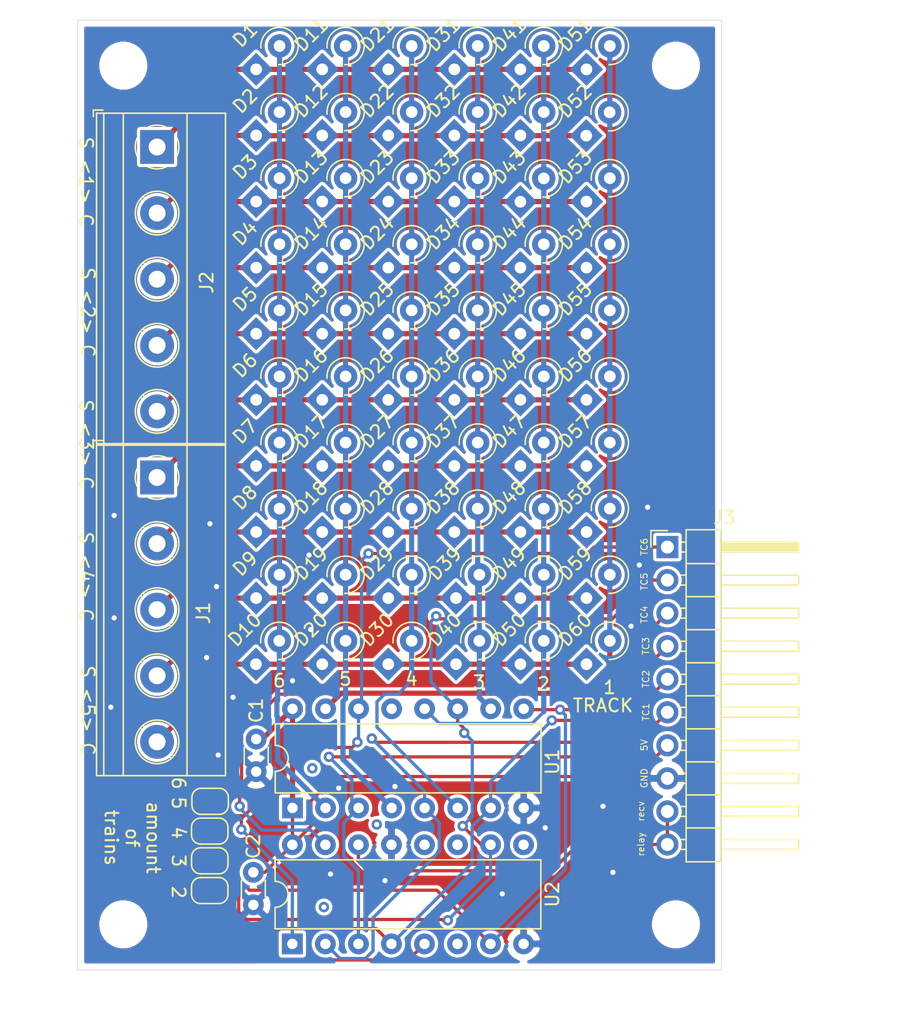
<source format=kicad_pcb>
(kicad_pcb (version 20211014) (generator pcbnew)
  (layers (0 "F.Cu" signal) (31 "B.Cu" signal) (34 "B.Paste" user) (35 "F.Paste" user) (36 "B.SilkS" user "B.Silkscreen") (37 "F.SilkS" user "F.Silkscreen") (38 "B.Mask" user) (39 "F.Mask" user) (44 "Edge.Cuts" user))
  (net 0 "")
  (net 1 "GND")
  (net 2 "+5V")
  (net 3 "/TC6")
  (net 4 "Net-(D1-Pad1)")
  (net 5 "Net-(D12-Pad1)")
  (net 6 "Net-(D13-Pad1)")
  (net 7 "Net-(D14-Pad1)")
  (net 8 "Net-(D15-Pad1)")
  (net 9 "Net-(D16-Pad1)")
  (net 10 "Net-(D17-Pad1)")
  (net 11 "Net-(D18-Pad1)")
  (net 12 "Net-(D19-Pad1)")
  (net 13 "Net-(D10-Pad1)")
  (net 14 "/TC5")
  (net 15 "/TC4")
  (net 16 "/TC2")
  (net 17 "/TC1")
  (net 18 "/TC3")
  (net 19 "/TC_out6")
  (net 20 "/TC_out5")
  (net 21 "/TC_out4")
  (net 22 "/TC_out3")
  (net 23 "/TC_out2")
  (net 24 "/TC_out1")
  (net 25 "/reset")
  (net 26 "Net-(U2-Pad6)")
  (net 27 "Net-(U2-Pad12)")
  (net 28 "Net-(U2-Pad11)")
  (net 29 "Net-(U2-Pad9)")
  (net 30 "/recv")
  (footprint "Capacitor_THT:C_Disc_D3.0mm_W1.6mm_P2.50mm" (layer "F.Cu") (at 29.718 85.257 -90)
    (fp_text reference "C1")
    (fp_text value "C")
  )
  (footprint "Diode_THT:D_A-405_P2.54mm_Vertical_KathodeUp" (layer "F.Cu") (at 29.718 33.782 45)
    (fp_text reference "D1")
    (fp_text value "D")
  )
  (footprint "Diode_THT:D_A-405_P2.54mm_Vertical_KathodeUp" (layer "F.Cu") (at 29.718 38.862 45)
    (fp_text reference "D2")
    (fp_text value "D")
  )
  (footprint "Diode_THT:D_A-405_P2.54mm_Vertical_KathodeUp" (layer "F.Cu") (at 29.718 43.942 45)
    (fp_text reference "D3")
    (fp_text value "D")
  )
  (footprint "Diode_THT:D_A-405_P2.54mm_Vertical_KathodeUp" (layer "F.Cu") (at 29.718 49.022 45)
    (fp_text reference "D4")
    (fp_text value "D")
  )
  (footprint "Diode_THT:D_A-405_P2.54mm_Vertical_KathodeUp" (layer "F.Cu") (at 29.718 54.102 45)
    (fp_text reference "D5")
    (fp_text value "D")
  )
  (footprint "Diode_THT:D_A-405_P2.54mm_Vertical_KathodeUp" (layer "F.Cu") (at 29.718 59.182 45)
    (fp_text reference "D6")
    (fp_text value "D")
  )
  (footprint "Diode_THT:D_A-405_P2.54mm_Vertical_KathodeUp" (layer "F.Cu") (at 29.718 64.262 45)
    (fp_text reference "D7")
    (fp_text value "D")
  )
  (footprint "Diode_THT:D_A-405_P2.54mm_Vertical_KathodeUp" (layer "F.Cu") (at 29.718 69.342 45)
    (fp_text reference "D8")
    (fp_text value "D")
  )
  (footprint "Diode_THT:D_A-405_P2.54mm_Vertical_KathodeUp" (layer "F.Cu") (at 29.718 74.422 45)
    (fp_text reference "D9")
    (fp_text value "D")
  )
  (footprint "Diode_THT:D_A-405_P2.54mm_Vertical_KathodeUp" (layer "F.Cu") (at 29.699949 79.502 45)
    (fp_text reference "D10")
    (fp_text value "D")
  )
  (footprint "Diode_THT:D_A-405_P2.54mm_Vertical_KathodeUp" (layer "F.Cu") (at 34.798 33.782 45)
    (fp_text reference "D11")
    (fp_text value "D")
  )
  (footprint "Diode_THT:D_A-405_P2.54mm_Vertical_KathodeUp" (layer "F.Cu") (at 34.798 38.862 45)
    (fp_text reference "D12")
    (fp_text value "D")
  )
  (footprint "Diode_THT:D_A-405_P2.54mm_Vertical_KathodeUp" (layer "F.Cu") (at 34.798 43.942 45)
    (fp_text reference "D13")
    (fp_text value "D")
  )
  (footprint "Diode_THT:D_A-405_P2.54mm_Vertical_KathodeUp" (layer "F.Cu") (at 34.798 49.022 45)
    (fp_text reference "D14")
    (fp_text value "D")
  )
  (footprint "Diode_THT:D_A-405_P2.54mm_Vertical_KathodeUp" (layer "F.Cu") (at 34.798 54.102 45)
    (fp_text reference "D15")
    (fp_text value "D")
  )
  (footprint "Diode_THT:D_A-405_P2.54mm_Vertical_KathodeUp" (layer "F.Cu") (at 34.798 59.182 45)
    (fp_text reference "D16")
    (fp_text value "D")
  )
  (footprint "Diode_THT:D_A-405_P2.54mm_Vertical_KathodeUp" (layer "F.Cu") (at 34.798 64.262 45)
    (fp_text reference "D17")
    (fp_text value "D")
  )
  (footprint "Diode_THT:D_A-405_P2.54mm_Vertical_KathodeUp" (layer "F.Cu") (at 34.798 69.342 45)
    (fp_text reference "D18")
    (fp_text value "D")
  )
  (footprint "Diode_THT:D_A-405_P2.54mm_Vertical_KathodeUp" (layer "F.Cu") (at 34.798 74.422 45)
    (fp_text reference "D19")
    (fp_text value "D")
  )
  (footprint "Diode_THT:D_A-405_P2.54mm_Vertical_KathodeUp" (layer "F.Cu") (at 34.798 79.502 45)
    (fp_text reference "D20")
    (fp_text value "D")
  )
  (footprint "Diode_THT:D_A-405_P2.54mm_Vertical_KathodeUp" (layer "F.Cu") (at 39.878 33.782 45)
    (fp_text reference "D21")
    (fp_text value "D")
  )
  (footprint "Diode_THT:D_A-405_P2.54mm_Vertical_KathodeUp" (layer "F.Cu") (at 39.878 38.862 45)
    (fp_text reference "D22")
    (fp_text value "D")
  )
  (footprint "Diode_THT:D_A-405_P2.54mm_Vertical_KathodeUp" (layer "F.Cu") (at 39.878 43.942 45)
    (fp_text reference "D23")
    (fp_text value "D")
  )
  (footprint "Diode_THT:D_A-405_P2.54mm_Vertical_KathodeUp" (layer "F.Cu") (at 39.878 49.022 45)
    (fp_text reference "D24")
    (fp_text value "D")
  )
  (footprint "Diode_THT:D_A-405_P2.54mm_Vertical_KathodeUp" (layer "F.Cu") (at 39.878 54.102 45)
    (fp_text reference "D25")
    (fp_text value "D")
  )
  (footprint "Diode_THT:D_A-405_P2.54mm_Vertical_KathodeUp" (layer "F.Cu") (at 39.878 59.182 45)
    (fp_text reference "D26")
    (fp_text value "D")
  )
  (footprint "Diode_THT:D_A-405_P2.54mm_Vertical_KathodeUp" (layer "F.Cu") (at 39.878 64.262 45)
    (fp_text reference "D27")
    (fp_text value "D")
  )
  (footprint "Diode_THT:D_A-405_P2.54mm_Vertical_KathodeUp" (layer "F.Cu") (at 39.878 69.342 45)
    (fp_text reference "D28")
    (fp_text value "D")
  )
  (footprint "Diode_THT:D_A-405_P2.54mm_Vertical_KathodeUp" (layer "F.Cu") (at 39.878 74.422 45)
    (fp_text reference "D29")
    (fp_text value "D")
  )
  (footprint "Diode_THT:D_A-405_P2.54mm_Vertical_KathodeUp" (layer "F.Cu") (at 39.878 79.502 45)
    (fp_text reference "D30")
    (fp_text value "D")
  )
  (footprint "Diode_THT:D_A-405_P2.54mm_Vertical_KathodeUp" (layer "F.Cu") (at 44.958 33.782 45)
    (fp_text reference "D31")
    (fp_text value "D")
  )
  (footprint "Diode_THT:D_A-405_P2.54mm_Vertical_KathodeUp" (layer "F.Cu") (at 44.958 38.862 45)
    (fp_text reference "D32")
    (fp_text value "D")
  )
  (footprint "Diode_THT:D_A-405_P2.54mm_Vertical_KathodeUp" (layer "F.Cu") (at 44.958 43.942 45)
    (fp_text reference "D33")
    (fp_text value "D")
  )
  (footprint "Diode_THT:D_A-405_P2.54mm_Vertical_KathodeUp" (layer "F.Cu") (at 44.958 49.022 45)
    (fp_text reference "D34")
    (fp_text value "D")
  )
  (footprint "Diode_THT:D_A-405_P2.54mm_Vertical_KathodeUp" (layer "F.Cu") (at 44.958 54.102 45)
    (fp_text reference "D35")
    (fp_text value "D")
  )
  (footprint "Diode_THT:D_A-405_P2.54mm_Vertical_KathodeUp" (layer "F.Cu") (at 44.958 59.182 45)
    (fp_text reference "D36")
    (fp_text value "D")
  )
  (footprint "Diode_THT:D_A-405_P2.54mm_Vertical_KathodeUp" (layer "F.Cu") (at 44.958 64.262 45)
    (fp_text reference "D37")
    (fp_text value "D")
  )
  (footprint "Diode_THT:D_A-405_P2.54mm_Vertical_KathodeUp" (layer "F.Cu") (at 44.958 69.342 45)
    (fp_text reference "D38")
    (fp_text value "D")
  )
  (footprint "Diode_THT:D_A-405_P2.54mm_Vertical_KathodeUp" (layer "F.Cu") (at 45.085 74.422 45)
    (fp_text reference "D39")
    (fp_text value "D")
  )
  (footprint "Diode_THT:D_A-405_P2.54mm_Vertical_KathodeUp" (layer "F.Cu") (at 45.085 79.502 45)
    (fp_text reference "D40")
    (fp_text value "D")
  )
  (footprint "Diode_THT:D_A-405_P2.54mm_Vertical_KathodeUp" (layer "F.Cu") (at 50.038 33.782 45)
    (fp_text reference "D41")
    (fp_text value "D")
  )
  (footprint "Diode_THT:D_A-405_P2.54mm_Vertical_KathodeUp" (layer "F.Cu") (at 50.038 38.862 45)
    (fp_text reference "D42")
    (fp_text value "D")
  )
  (footprint "Diode_THT:D_A-405_P2.54mm_Vertical_KathodeUp" (layer "F.Cu") (at 50.038 43.960051 45)
    (fp_text reference "D43")
    (fp_text value "D")
  )
  (footprint "Diode_THT:D_A-405_P2.54mm_Vertical_KathodeUp" (layer "F.Cu") (at 50.038 49.022 45)
    (fp_text reference "D44")
    (fp_text value "D")
  )
  (footprint "Diode_THT:D_A-405_P2.54mm_Vertical_KathodeUp" (layer "F.Cu") (at 50.038 54.102 45)
    (fp_text reference "D45")
    (fp_text value "D")
  )
  (footprint "Diode_THT:D_A-405_P2.54mm_Vertical_KathodeUp" (layer "F.Cu") (at 50.038 59.182 45)
    (fp_text reference "D46")
    (fp_text value "D")
  )
  (footprint "Diode_THT:D_A-405_P2.54mm_Vertical_KathodeUp" (layer "F.Cu") (at 50.038 64.262 45)
    (fp_text reference "D47")
    (fp_text value "D")
  )
  (footprint "Diode_THT:D_A-405_P2.54mm_Vertical_KathodeUp" (layer "F.Cu") (at 50.038 69.342 45)
    (fp_text reference "D48")
    (fp_text value "D")
  )
  (footprint "Diode_THT:D_A-405_P2.54mm_Vertical_KathodeUp" (layer "F.Cu") (at 50.038 74.422 45)
    (fp_text reference "D49")
    (fp_text value "D")
  )
  (footprint "Diode_THT:D_A-405_P2.54mm_Vertical_KathodeUp" (layer "F.Cu") (at 50.038 79.502 45)
    (fp_text reference "D50")
    (fp_text value "D")
  )
  (footprint "Diode_THT:D_A-405_P2.54mm_Vertical_KathodeUp" (layer "F.Cu") (at 55.118 33.782 45)
    (fp_text reference "D51")
    (fp_text value "D")
  )
  (footprint "Diode_THT:D_A-405_P2.54mm_Vertical_KathodeUp" (layer "F.Cu") (at 55.099949 38.880051 45)
    (fp_text reference "D52")
    (fp_text value "D")
  )
  (footprint "Diode_THT:D_A-405_P2.54mm_Vertical_KathodeUp" (layer "F.Cu") (at 55.118 43.942 45)
    (fp_text reference "D53")
    (fp_text value "D")
  )
  (footprint "Diode_THT:D_A-405_P2.54mm_Vertical_KathodeUp" (layer "F.Cu") (at 55.118 49.022 45)
    (fp_text reference "D54")
    (fp_text value "D")
  )
  (footprint "Diode_THT:D_A-405_P2.54mm_Vertical_KathodeUp" (layer "F.Cu") (at 55.118 54.102 45)
    (fp_text reference "D55")
    (fp_text value "D")
  )
  (footprint "Diode_THT:D_A-405_P2.54mm_Vertical_KathodeUp" (layer "F.Cu") (at 55.118 59.182 45)
    (fp_text reference "D56")
    (fp_text value "D")
  )
  (footprint "Diode_THT:D_A-405_P2.54mm_Vertical_KathodeUp" (layer "F.Cu") (at 55.118 64.262 45)
    (fp_text reference "D57")
    (fp_text value "D")
  )
  (footprint "Diode_THT:D_A-405_P2.54mm_Vertical_KathodeUp" (layer "F.Cu") (at 55.118 69.342 45)
    (fp_text reference "D58")
    (fp_text value "D")
  )
  (footprint "Diode_THT:D_A-405_P2.54mm_Vertical_KathodeUp" (layer "F.Cu") (at 55.118 74.422 45)
    (fp_text reference "D59")
    (fp_text value "D")
  )
  (footprint "Diode_THT:D_A-405_P2.54mm_Vertical_KathodeUp" (layer "F.Cu") (at 55.118 79.502 45)
    (fp_text reference "D60")
    (fp_text value "D")
  )
  (footprint "TerminalBlock_Phoenix:TerminalBlock_Phoenix_MKDS-1,5-5-5.08_1x05_P5.08mm_Horizontal" (layer "F.Cu") (at 22.098 65.151 -90)
    (fp_text reference "J1")
    (fp_text value "points")
  )
  (footprint "TerminalBlock_Phoenix:TerminalBlock_Phoenix_MKDS-1,5-5-5.08_1x05_P5.08mm_Horizontal" (layer "F.Cu") (at 22.098 39.751 -90)
    (fp_text reference "J2")
    (fp_text value "points")
  )
  (footprint "Package_DIP:DIP-16_W7.62mm" (layer "F.Cu") (at 32.512 90.551 90)
    (fp_text reference "U1")
    (fp_text value "4009")
  )
  (footprint "MountingHole:MountingHole_3.2mm_M3" (layer "F.Cu") (at 19.5 33.5)
    (fp_text reference "REF**")
    (fp_text value "MountingHole_3.2mm_M3")
  )
  (footprint "MountingHole:MountingHole_3.2mm_M3" (layer "F.Cu") (at 19.5 99.5)
    (fp_text reference "REF**")
    (fp_text value "MountingHole_3.2mm_M3")
  )
  (footprint "Capacitor_THT:C_Disc_D3.0mm_W1.6mm_P2.50mm" (layer "F.Cu") (at 29.5 95.5 -90)
    (fp_text reference "C2")
    (fp_text value "C")
  )
  (footprint "Connector_PinHeader_2.54mm:PinHeader_1x10_P2.54mm_Horizontal" (layer "F.Cu") (at 61.341 70.5)
    (fp_text reference "J3")
    (fp_text value "train catchers")
  )
  (footprint "Jumper:SolderJumper-2_P1.3mm_Open_RoundedPad1.0x1.5mm" (layer "F.Cu") (at 26.147 96.901 180)
    (fp_text reference "JP1")
    (fp_text value "ju")
  )
  (footprint "Jumper:SolderJumper-2_P1.3mm_Open_RoundedPad1.0x1.5mm" (layer "F.Cu") (at 26.147 92.329 180)
    (fp_text reference "JP2")
    (fp_text value "ju")
  )
  (footprint "Jumper:SolderJumper-2_P1.3mm_Open_RoundedPad1.0x1.5mm" (layer "F.Cu") (at 26.15 94.615 180)
    (fp_text reference "JP3")
    (fp_text value "ju")
  )
  (footprint "Jumper:SolderJumper-2_P1.3mm_Open_RoundedPad1.0x1.5mm" (layer "F.Cu") (at 26.177 90.043 180)
    (fp_text reference "JP4")
    (fp_text value "ju")
  )
  (footprint "Package_DIP:DIP-16_W7.62mm" (layer "F.Cu") (at 32.5 101 90)
    (fp_text reference "U2")
    (fp_text value "4017")
  )
  (footprint "MountingHole:MountingHole_3.2mm_M3" (layer "F.Cu") (at 62 33.5)
    (fp_text reference "REF**")
    (fp_text value "MountingHole_3.2mm_M3")
  )
  (footprint "MountingHole:MountingHole_3.2mm_M3" (layer "F.Cu") (at 62 99.5)
    (fp_text reference "REF**")
    (fp_text value "MountingHole_3.2mm_M3")
  )
  (gr_line (start 65.5 30) (end 16 30) (layer "Edge.Cuts") (width 0.05))
  (gr_line (start 65.5 103) (end 65.5 30) (layer "Edge.Cuts") (width 0.05))
  (gr_line (start 16 103) (end 65.5 103) (layer "Edge.Cuts") (width 0.05))
  (gr_line (start 16 30) (end 16 103) (layer "Edge.Cuts") (width 0.05))
  (gr_text "S <2> C" (at 16.764 52.451 -90) (layer "F.SilkS") (effects (font (size 1 1))))
  (gr_text "S <5> C" (at 16.764 83.058 -90) (layer "F.SilkS") (effects (font (size 1 1))))
  (gr_text "relay" (at 59.309 93.345 90) (layer "F.SilkS") (effects (font (size 0.5 0.5) (thickness 0.075))))
  (gr_text "6" (at 31.496 80.772) (layer "F.SilkS") (effects (font (size 1 1))))
  (gr_text "3" (at 46.863 80.899) (layer "F.SilkS") (effects (font (size 1 1))))
  (gr_text "TC6" (at 59.563 70.485 90) (layer "F.SilkS") (effects (font (size 0.5 0.5) (thickness 0.075))))
  (gr_text "S <4> C" (at 16.637 72.771 -90) (layer "F.SilkS") (effects (font (size 1 1))))
  (gr_text "TRACK" (at 56.388 82.677) (layer "F.SilkS") (effects (font (size 1 1))))
  (gr_text "TC3" (at 59.69 78.105 90) (layer "F.SilkS") (effects (font (size 0.5 0.5) (thickness 0.075))))
  (gr_text "TC5" (at 59.563 73.152 90) (layer "F.SilkS") (effects (font (size 0.5 0.5) (thickness 0.075))))
  (gr_text "3" (at 23.749 94.615 270) (layer "F.SilkS") (effects (font (size 1 1))))
  (gr_text "TC4" (at 59.563 75.692 90) (layer "F.SilkS") (effects (font (size 0.5 0.5) (thickness 0.075))))
  (gr_text "TC1" (at 59.69 83.185 90) (layer "F.SilkS") (effects (font (size 0.5 0.5) (thickness 0.075))))
  (gr_text "5" (at 36.576 80.645) (layer "F.SilkS") (effects (font (size 1 1))))
  (gr_text "TC2" (at 59.69 80.645 90) (layer "F.SilkS") (effects (font (size 0.5 0.5) (thickness 0.075))))
  (gr_text "S <3> C" (at 16.637 62.611 -90) (layer "F.SilkS") (effects (font (size 1 1))))
  (gr_text "2" (at 51.816 81.026) (layer "F.SilkS") (effects (font (size 1 1))))
  (gr_text "5" (at 23.749 90.17 270) (layer "F.SilkS") (effects (font (size 1 1))))
  (gr_text "2" (at 23.749 97.028 270) (layer "F.SilkS") (effects (font (size 1 1))))
  (gr_text "amount\nof\ntrains" (at 20.193 92.837 270) (layer "F.SilkS") (effects (font (size 1 1))))
  (gr_text "6" (at 23.749 88.646 270) (layer "F.SilkS") (effects (font (size 1 1))))
  (gr_text "1" (at 56.896 81.28) (layer "F.SilkS") (effects (font (size 1 1))))
  (gr_text "5V" (at 59.563 85.725 90) (layer "F.SilkS") (effects (font (size 0.5 0.5) (thickness 0.075))))
  (gr_text "GND" (at 59.563 88.265 90) (layer "F.SilkS") (effects (font (size 0.5 0.5) (thickness 0.075))))
  (gr_text "recv" (at 59.309 90.805 90) (layer "F.SilkS") (effects (font (size 0.5 0.5) (thickness 0.075))))
  (gr_text "S <1> C" (at 16.637 42.418 -90) (layer "F.SilkS") (effects (font (size 1 1))))
  (gr_text "4" (at 23.749 92.456 270) (layer "F.SilkS") (effects (font (size 1 1))))
  (gr_text "4" (at 41.656 80.645) (layer "F.SilkS") (effects (font (size 1 1))))
  (via (at 34.925 98.171) (size 0.8) (drill 0.4) (layers "F.Cu" "B.Cu") (net 0))
  (via (at 38.989 91.821) (size 0.8) (drill 0.4) (layers "F.Cu" "B.Cu") (net 0))
  (via (at 18.796 68.072) (size 0.8) (drill 0.4) (layers "F.Cu" "B.Cu") (net 1))
  (via (at 36.068 89.027) (size 0.8) (drill 0.4) (layers "F.Cu" "B.Cu") (net 1))
  (via (at 59.182 71.882) (size 0.8) (drill 0.4) (layers "F.Cu" "B.Cu") (net 1))
  (via (at 48.641 97.155) (size 0.8) (drill 0.4) (layers "F.Cu" "B.Cu") (net 1))
  (via (at 33.782 71.12) (size 0.8) (drill 0.4) (layers "F.Cu" "B.Cu") (net 1))
  (via (at 27.94 82.042) (size 0.8) (drill 0.4) (layers "F.Cu" "B.Cu") (net 1))
  (via (at 39.624 96.139) (size 0.8) (drill 0.4) (layers "F.Cu" "B.Cu") (net 1))
  (via (at 59.817 67.437) (size 0.8) (drill 0.4) (layers "F.Cu" "B.Cu") (net 1))
  (via (at 26.797 86.487) (size 0.8) (drill 0.4) (layers "F.Cu" "B.Cu") (net 1))
  (via (at 51.943 92.075) (size 0.8) (drill 0.4) (layers "F.Cu" "B.Cu") (net 1))
  (via (at 33.909 76.835) (size 0.8) (drill 0.4) (layers "F.Cu" "B.Cu") (net 1))
  (via (at 26.162 68.707) (size 0.8) (drill 0.4) (layers "F.Cu" "B.Cu") (net 1))
  (via (at 40.386 88.9) (size 0.8) (drill 0.4) (layers "F.Cu" "B.Cu") (net 1))
  (via (at 34.036 87.503) (size 0.8) (drill 0.4) (layers "F.Cu" "B.Cu") (net 1))
  (via (at 35.433 95.631) (size 0.8) (drill 0.4) (layers "F.Cu" "B.Cu") (net 1))
  (via (at 58.547 76.581) (size 0.8) (drill 0.4) (layers "F.Cu" "B.Cu") (net 1))
  (via (at 18.542 82.804) (size 0.8) (drill 0.4) (layers "F.Cu" "B.Cu") (net 1))
  (via (at 56.388 90.424) (size 0.8) (drill 0.4) (layers "F.Cu" "B.Cu") (net 1))
  (via (at 32.512 80.772) (size 0.8) (drill 0.4) (layers "F.Cu" "B.Cu") (net 1))
  (via (at 25.908 78.994) (size 0.8) (drill 0.4) (layers "F.Cu" "B.Cu") (net 1))
  (via (at 26.67 73.533) (size 0.8) (drill 0.4) (layers "F.Cu" "B.Cu") (net 1))
  (via (at 57.15 95.504) (size 0.8) (drill 0.4) (layers "F.Cu" "B.Cu") (net 1))
  (via (at 18.796 75.946) (size 0.8) (drill 0.4) (layers "F.Cu" "B.Cu") (net 1))
  (segment (start 58.943 88.138) (end 57.531 88.138) (width 0.25) (layer "F.Cu") (net 2))
  (segment (start 35.799998 88.138) (end 57.531 88.138) (width 0.25) (layer "F.Cu") (net 2))
  (segment (start 29.718 85.257) (end 30.186 85.257) (width 0.4) (layer "F.Cu") (net 2))
  (segment (start 30.186 85.257) (end 32.512 82.931) (width 0.4) (layer "F.Cu") (net 2))
  (segment (start 32.512 93.368) (end 32.5 93.38) (width 0.25) (layer "F.Cu") (net 2))
  (segment (start 32.512 90.551) (end 32.512 82.931) (width 0.4) (layer "F.Cu") (net 2))
  (segment (start 61.341 85.74) (end 58.943 88.138) (width 0.25) (layer "F.Cu") (net 2))
  (segment (start 34.036 91.844) (end 34.036 91.200002) (width 0.25) (layer "F.Cu") (net 2))
  (segment (start 30.38 95.5) (end 29.5 95.5) (width 0.25) (layer "F.Cu") (net 2))
  (segment (start 32.512 90.551) (end 32.512 93.368) (width 0.25) (layer "F.Cu") (net 2))
  (segment (start 33.926999 90.010999) (end 35.799998 88.138) (width 0.25) (layer "F.Cu") (net 2))
  (segment (start 32.5 93.38) (end 34.036 91.844) (width 0.25) (layer "F.Cu") (net 2))
  (segment (start 33.926999 91.091001) (end 33.926999 90.010999) (width 0.25) (layer "F.Cu") (net 2))
  (segment (start 34.036 91.200002) (end 33.926999 91.091001) (width 0.25) (layer "F.Cu") (net 2))
  (segment (start 32.5 93.38) (end 30.38 95.5) (width 0.25) (layer "F.Cu") (net 2))
  (segment (start 31.514051 77.687898) (end 31.496 77.705949) (width 0.4) (layer "B.Cu") (net 3))
  (segment (start 31.496 77.705949) (end 31.496 80.138998) (width 0.4) (layer "B.Cu") (net 3))
  (segment (start 31.369 80.265998) (end 31.369 82.297998) (width 0.4) (layer "B.Cu") (net 3))
  (segment (start 31.311999 82.354999) (end 31.311999 83.507001) (width 0.4) (layer "B.Cu") (net 3))
  (segment (start 31.311999 83.507001) (end 31.369 83.564002) (width 0.4) (layer "B.Cu") (net 3))
  (segment (start 31.514051 31.985949) (end 31.514051 77.687898) (width 0.4) (layer "B.Cu") (net 3))
  (segment (start 31.369 82.297998) (end 31.311999 82.354999) (width 0.4) (layer "B.Cu") (net 3))
  (segment (start 31.369 83.564002) (end 31.369 86.868) (width 0.4) (layer "B.Cu") (net 3))
  (segment (start 31.496 80.138998) (end 31.369 80.265998) (width 0.4) (layer "B.Cu") (net 3))
  (segment (start 31.369 86.868) (end 35.052 90.551) (width 0.4) (layer "B.Cu") (net 3))
  (segment (start 29.718 33.782) (end 28.067 33.782) (width 0.4) (layer "F.Cu") (net 4))
  (segment (start 28.067 33.782) (end 22.098 39.751) (width 0.4) (layer "F.Cu") (net 4))
  (segment (start 29.718 33.782) (end 55.118 33.782) (width 0.4) (layer "F.Cu") (net 4))
  (segment (start 55.099949 38.880051) (end 29.736051 38.880051) (width 0.4) (layer "F.Cu") (net 5))
  (segment (start 28.067 38.862) (end 22.098 44.831) (width 0.4) (layer "F.Cu") (net 5))
  (segment (start 29.736051 38.880051) (end 29.718 38.862) (width 0.4) (layer "F.Cu") (net 5))
  (segment (start 29.718 38.862) (end 28.067 38.862) (width 0.4) (layer "F.Cu") (net 5))
  (segment (start 55.081898 38.862) (end 55.099949 38.880051) (width 0.4) (layer "F.Cu") (net 5))
  (segment (start 55.118 43.942) (end 29.718 43.942) (width 0.4) (layer "F.Cu") (net 6))
  (segment (start 29.718 43.942) (end 28.067 43.942) (width 0.4) (layer "F.Cu") (net 6))
  (segment (start 28.067 43.942) (end 22.098 49.911) (width 0.4) (layer "F.Cu") (net 6))
  (segment (start 28.067 49.022) (end 22.098 54.991) (width 0.4) (layer "F.Cu") (net 7))
  (segment (start 29.718 49.022) (end 55.118 49.022) (width 0.4) (layer "F.Cu") (net 7))
  (segment (start 29.718 49.022) (end 28.067 49.022) (width 0.4) (layer "F.Cu") (net 7))
  (segment (start 55.118 54.102) (end 29.718 54.102) (width 0.4) (layer "F.Cu") (net 8))
  (segment (start 29.718 54.102) (end 28.067 54.102) (width 0.4) (layer "F.Cu") (net 8))
  (segment (start 28.067 54.102) (end 22.098 60.071) (width 0.4) (layer "F.Cu") (net 8))
  (segment (start 29.718 59.182) (end 55.118 59.182) (width 0.4) (layer "F.Cu") (net 9))
  (segment (start 28.067 59.182) (end 22.098 65.151) (width 0.4) (layer "F.Cu") (net 9))
  (segment (start 29.718 59.182) (end 28.067 59.182) (width 0.4) (layer "F.Cu") (net 9))
  (segment (start 31.3861 64.262) (end 29.718 64.262) (width 0.4) (layer "F.Cu") (net 10))
  (segment (start 29.718 64.262) (end 28.067 64.262) (width 0.4) (layer "F.Cu") (net 10))
  (segment (start 28.067 64.262) (end 22.098 70.231) (width 0.4) (layer "F.Cu") (net 10))
  (segment (start 55.118 64.262) (end 31.3861 64.262) (width 0.4) (layer "F.Cu") (net 10))
  (segment (start 29.718 69.342) (end 53.848 69.342) (width 0.4) (layer "F.Cu") (net 11))
  (segment (start 28.067 69.342) (end 22.098 75.311) (width 0.4) (layer "F.Cu") (net 11))
  (segment (start 53.848 69.342) (end 55.118 69.342) (width 0.4) (layer "F.Cu") (net 11))
  (segment (start 29.718 69.342) (end 28.067 69.342) (width 0.4) (layer "F.Cu") (net 11))
  (segment (start 29.718 74.422) (end 28.067 74.422) (width 0.4) (layer "F.Cu") (net 12))
  (segment (start 28.067 74.422) (end 22.098 80.391) (width 0.4) (layer "F.Cu") (net 12))
  (segment (start 55.118 74.422) (end 29.718 74.422) (width 0.4) (layer "F.Cu") (net 12))
  (segment (start 55.118 79.502) (end 29.699949 79.502) (width 0.4) (layer "F.Cu") (net 13))
  (segment (start 28.067 79.502) (end 22.098 85.471) (width 0.4) (layer "F.Cu") (net 13))
  (segment (start 29.699949 79.502) (end 28.067 79.502) (width 0.4) (layer "F.Cu") (net 13))
  (segment (start 36.391999 82.354999) (end 36.391999 86.810999) (width 0.4) (layer "B.Cu") (net 14))
  (segment (start 36.594051 62.465949) (end 36.594051 67.545949) (width 0.4) (layer "B.Cu") (net 14))
  (segment (start 36.594051 62.465949) (end 36.594051 31.985949) (width 0.4) (layer "B.Cu") (net 14))
  (segment (start 36.594051 77.705949) (end 36.594051 82.152947) (width 0.4) (layer "B.Cu") (net 14))
  (segment (start 36.594051 82.152947) (end 36.391999 82.354999) (width 0.4) (layer "B.Cu") (net 14))
  (segment (start 36.594051 77.705949) (end 36.594051 67.545949) (width 0.4) (layer "B.Cu") (net 14))
  (segment (start 36.391999 86.810999) (end 40.132 90.551) (width 0.4) (layer "B.Cu") (net 14))
  (segment (start 41.674051 31.985949) (end 41.674051 77.705949) (width 0.4) (layer "B.Cu") (net 15))
  (segment (start 41.674051 80.155051) (end 41.674051 80.753949) (width 0.25) (layer "B.Cu") (net 15))
  (segment (start 39.591999 81.805999) (end 39.006999 82.390999) (width 0.25) (layer "B.Cu") (net 15))
  (segment (start 40.622001 81.805999) (end 39.591999 81.805999) (width 0.25) (layer "B.Cu") (net 15))
  (segment (start 39.006999 84.345999) (end 45.212 90.551) (width 0.25) (layer "B.Cu") (net 15))
  (segment (start 39.006999 82.390999) (end 39.006999 84.345999) (width 0.25) (layer "B.Cu") (net 15))
  (segment (start 41.674051 80.753949) (end 40.622001 81.805999) (width 0.25) (layer "B.Cu") (net 15))
  (segment (start 41.674051 77.705949) (end 41.674051 80.155051) (width 0.4) (layer "B.Cu") (net 15))
  (segment (start 51.834051 31.985949) (end 51.834051 77.705949) (width 0.4) (layer "B.Cu") (net 16))
  (segment (start 43.797001 84.056001) (end 50.943001 84.056001) (width 0.25) (layer "B.Cu") (net 16))
  (segment (start 51.834051 83.164951) (end 51.834051 77.705949) (width 0.4) (layer "B.Cu") (net 16))
  (segment (start 50.943001 84.056001) (end 51.834051 83.164951) (width 0.25) (layer "B.Cu") (net 16))
  (segment (start 42.672 82.931) (end 43.797001 84.056001) (width 0.25) (layer "B.Cu") (net 16))
  (segment (start 55.769001 81.730999) (end 56.914051 80.585949) (width 0.4) (layer "F.Cu") (net 17))
  (segment (start 35.052 82.931) (end 36.252001 81.730999) (width 0.4) (layer "F.Cu") (net 17))
  (segment (start 36.252001 81.730999) (end 55.769001 81.730999) (width 0.4) (layer "F.Cu") (net 17))
  (segment (start 56.914051 80.585949) (end 56.914051 77.705949) (width 0.4) (layer "F.Cu") (net 17))
  (segment (start 56.914051 77.705949) (end 56.914051 31.985949) (width 0.4) (layer "B.Cu") (net 17))
  (segment (start 46.881051 77.705949) (end 46.881051 82.060051) (width 0.4) (layer "B.Cu") (net 18))
  (segment (start 46.754051 74.252557) (end 46.757802 74.256308) (width 0.4) (layer "B.Cu") (net 18))
  (segment (start 46.881051 82.060051) (end 47.752 82.931) (width 0.4) (layer "B.Cu") (net 18))
  (segment (start 46.881051 72.625949) (end 46.881051 77.705949) (width 0.4) (layer "B.Cu") (net 18))
  (segment (start 46.754051 31.985949) (end 46.754051 74.252557) (width 0.4) (layer "B.Cu") (net 18))
  (segment (start 62 70.5) (end 55.692428 70.5) (width 0.25) (layer "F.Cu") (net 19))
  (segment (start 62 70.5) (end 61.38 71.12) (width 0.25) (layer "F.Cu") (net 19))
  (segment (start 28.592999 84.716999) (end 28.592999 88.662589) (width 0.25) (layer "F.Cu") (net 19))
  (segment (start 28.575 92.202) (end 28.575 91.366002) (width 0.25) (layer "F.Cu") (net 19))
  (segment (start 28.575 91.366002) (end 28.357999 91.149001) (width 0.25) (layer "F.Cu") (net 19))
  (segment (start 35.296997 85.899999) (end 33.637001 84.240003) (width 0.25) (layer "F.Cu") (net 19))
  (segment (start 33.637001 82.390999) (end 33.052001 81.805999) (width 0.25) (layer "F.Cu") (net 19))
  (segment (start 37.5 85.5) (end 37.100001 85.899999) (width 0.25) (layer "F.Cu") (net 19))
  (segment (start 33.637001 84.240003) (end 33.637001 82.390999) (width 0.25) (layer "F.Cu") (net 19))
  (segment (start 37.100001 85.899999) (end 35.296997 85.899999) (width 0.25) (layer "F.Cu") (net 19))
  (segment (start 31.503999 81.805999) (end 28.592999 84.716999) (width 0.25) (layer "F.Cu") (net 19))
  (segment (start 28.579 91.366002) (end 28.796001 91.149001) (width 0.25) (layer "F.Cu") (net 19))
  (segment (start 29.173001 89.242591) (end 29.173001 90.772001) (width 0.25) (layer "F.Cu") (net 19))
  (segment (start 28.796001 91.149001) (end 28.357999 91.149001) (width 0.25) (layer "F.Cu") (net 19))
  (segment (start 33.052001 81.805999) (end 31.503999 81.805999) (width 0.25) (layer "F.Cu") (net 19))
  (segment (start 28.575 91.366002) (end 28.579 91.366002) (width 0.25) (layer "F.Cu") (net 19))
  (segment (start 27.933001 91.149001) (end 26.827 90.043) (width 0.25) (layer "F.Cu") (net 19))
  (segment (start 28.357999 91.149001) (end 27.933001 91.149001) (width 0.25) (layer "F.Cu") (net 19))
  (segment (start 29.173001 90.772001) (end 28.796001 91.149001) (width 0.25) (layer "F.Cu") (net 19))
  (segment (start 55.199428 70.993) (end 38.354 70.993) (width 0.25) (layer "F.Cu") (net 19))
  (segment (start 28.592999 88.662589) (end 29.173001 89.242591) (width 0.25) (layer "F.Cu") (net 19))
  (segment (start 55.692428 70.5) (end 55.199428 70.993) (width 0.25) (layer "F.Cu") (net 19))
  (via (at 37.5 85.5) (size 0.8) (drill 0.4) (layers "F.Cu" "B.Cu") (net 19))
  (via (at 28.575 92.202) (size 0.8) (drill 0.4) (layers "F.Cu" "B.Cu") (net 19))
  (via (at 38.354 70.993) (size 0.8) (drill 0.4) (layers "F.Cu" "B.Cu") (net 19))
  (segment (start 37.819052 71.527948) (end 37.819052 82.703948) (width 0.25) (layer "B.Cu") (net 19))
  (segment (start 37.592 85.408) (end 37.5 85.5) (width 0.25) (layer "B.Cu") (net 19))
  (segment (start 37.592 82.931) (end 37.592 85.408) (width 0.25) (layer "B.Cu") (net 19))
  (segment (start 38.354 70.993) (end 37.819052 71.527948) (width 0.25) (layer "B.Cu") (net 19))
  (segment (start 37.819052 82.703948) (end 37.592 82.931) (width 0.25) (layer "B.Cu") (net 19))
  (segment (start 32.5 101) (end 32.5 96.127) (width 0.25) (layer "B.Cu") (net 19))
  (segment (start 32.5 96.127) (end 28.575 92.202) (width 0.25) (layer "B.Cu") (net 19))
  (segment (start 45.60089 91.942094) (end 47.038796 93.38) (width 0.25) (layer "F.Cu") (net 20))
  (segment (start 27.305 95.12) (end 27.305 95.885) (width 0.25) (layer "F.Cu") (net 20))
  (segment (start 45.72 84.455) (end 45.72 84.781001) (width 0.25) (layer "F.Cu") (net 20))
  (segment (start 45.212 82.931) (end 45.212 83.947) (width 0.25) (layer "F.Cu") (net 20))
  (segment (start 57.096802 76.019802) (end 43.761802 76.019802) (width 0.25) (layer "F.Cu") (net 20))
  (segment (start 45.212 83.947) (end 45.72 84.455) (width 0.25) (layer "F.Cu") (net 20))
  (segment (start 26.8 94.615) (end 27.305 95.12) (width 0.25) (layer "F.Cu") (net 20))
  (segment (start 47.038796 93.38) (end 47.74 93.38) (width 0.25) (layer "F.Cu") (net 20))
  (segment (start 43.761802 76.019802) (end 43.561 75.819) (width 0.25) (layer "F.Cu") (net 20))
  (segment (start 60.076604 73.04) (end 57.096802 76.019802) (width 0.25) (layer "F.Cu") (net 20))
  (segment (start 27.305 95.885) (end 28.374999 96.954999) (width 0.25) (layer "F.Cu") (net 20))
  (segment (start 61.341 73.04) (end 60.076604 73.04) (width 0.25) (layer "F.Cu") (net 20))
  (segment (start 44.065998 99.187) (end 44.45 99.187) (width 0.25) (layer "F.Cu") (net 20))
  (segment (start 28.374999 96.954999) (end 28.374999 98.540001) (width 0.25) (layer "F.Cu") (net 20))
  (segment (start 28.959999 99.125001) (end 44.003999 99.125001) (width 0.25) (layer "F.Cu") (net 20))
  (segment (start 44.003999 99.125001) (end 44.065998 99.187) (width 0.25) (layer "F.Cu") (net 20))
  (segment (start 28.374999 98.540001) (end 28.959999 99.125001) (width 0.25) (layer "F.Cu") (net 20))
  (via (at 44.45 99.187) (size 0.8) (drill 0.4) (layers "F.Cu" "B.Cu") (net 20))
  (via (at 45.60089 91.942094) (size 0.8) (drill 0.4) (layers "F.Cu" "B.Cu") (net 20))
  (via (at 45.72 84.781001) (size 0.8) (drill 0.4) (layers "F.Cu" "B.Cu") (net 20))
  (via (at 43.561 75.819) (size 0.8) (drill 0.4) (layers "F.Cu" "B.Cu") (net 20))
  (segment (start 46.337001 91.205983) (end 45.60089 91.942094) (width 0.25) (layer "B.Cu") (net 20))
  (segment (start 43.561 75.819) (end 43.161001 76.218999) (width 0.25) (layer "B.Cu") (net 20))
  (segment (start 44.45 99.187) (end 47.74 95.897) (width 0.25) (layer "B.Cu") (net 20))
  (segment (start 47.74 95.897) (end 47.74 93.38) (width 0.25) (layer "B.Cu") (net 20))
  (segment (start 46.337001 85.398002) (end 46.337001 91.205983) (width 0.25) (layer "B.Cu") (net 20))
  (segment (start 45.72 84.781001) (end 46.337001 85.398002) (width 0.25) (layer "B.Cu") (net 20))
  (segment (start 43.161001 76.218999) (end 43.161001 80.880001) (width 0.25) (layer "B.Cu") (net 20))
  (segment (start 43.161001 80.880001) (end 45.212 82.931) (width 0.25) (layer "B.Cu") (net 20))
  (segment (start 53.084061 83) (end 50.361 83) (width 0.25) (layer "F.Cu") (net 21))
  (segment (start 43.614999 96.874999) (end 29.209997 96.874999) (width 0.25) (layer "F.Cu") (net 21))
  (segment (start 27.329 92.329) (end 26.797 92.329) (width 0.25) (layer "F.Cu") (net 21))
  (segment (start 29.209997 96.874999) (end 28 95.665002) (width 0.25) (layer "F.Cu") (net 21))
  (segment (start 28 95.665002) (end 28 93) (width 0.25) (layer "F.Cu") (net 21))
  (segment (start 55.242476 83) (end 53.084061 83) (width 0.25) (layer "F.Cu") (net 21))
  (segment (start 47.74 101) (end 43.614999 96.874999) (width 0.25) (layer "F.Cu") (net 21))
  (segment (start 61.341 75.58) (end 58.961238 77.959762) (width 0.25) (layer "F.Cu") (net 21))
  (segment (start 58.961238 79.281238) (end 55.242476 83) (width 0.25) (layer "F.Cu") (net 21))
  (segment (start 50.361 83) (end 50.292 82.931) (width 0.25) (layer "F.Cu") (net 21))
  (segment (start 28 93) (end 27.329 92.329) (width 0.25) (layer "F.Cu") (net 21))
  (segment (start 58.961238 77.959762) (end 58.961238 79.281238) (width 0.25) (layer "F.Cu") (net 21))
  (via (at 53.084061 83) (size 0.8) (drill 0.4) (layers "F.Cu" "B.Cu") (net 21))
  (segment (start 47.74 101) (end 53.5 95.24) (width 0.25) (layer "B.Cu") (net 21))
  (segment (start 53.5 83.415939) (end 53.084061 83) (width 0.25) (layer "B.Cu") (net 21))
  (segment (start 53.5 95.24) (end 53.5 83.415939) (width 0.25) (layer "B.Cu") (net 21))
  (segment (start 27.305 97.409) (end 26.797 96.901) (width 0.25) (layer "F.Cu") (net 22))
  (segment (start 56.3 83.82) (end 52.451 83.82) (width 0.25) (layer "F.Cu") (net 22))
  (segment (start 40.12 101) (end 38.942 99.822) (width 0.25) (layer "F.Cu") (net 22))
  (segment (start 38.942 99.822) (end 28.575 99.822) (width 0.25) (layer "F.Cu") (net 22))
  (segment (start 61.341 78.12) (end 59.646 79.815) (width 0.25) (layer "F.Cu") (net 22))
  (segment (start 59.646 80.474) (end 56.3 83.82) (width 0.25) (layer "F.Cu") (net 22))
  (segment (start 59.646 79.815) (end 59.646 80.474) (width 0.25) (layer "F.Cu") (net 22))
  (segment (start 27.305 98.552) (end 27.305 97.409) (width 0.25) (layer "F.Cu") (net 22))
  (segment (start 28.575 99.822) (end 27.305 98.552) (width 0.25) (layer "F.Cu") (net 22))
  (via (at 52.451 83.82) (size 0.8) (drill 0.4) (layers "F.Cu" "B.Cu") (net 22))
  (segment (start 46.325001 91.977999) (end 46.325001 94.794999) (width 0.25) (layer "B.Cu") (net 22))
  (segment (start 47.752 90.551) (end 46.325001 91.977999) (width 0.25) (layer "B.Cu") (net 22))
  (segment (start 47.752 90.551) (end 47.752 88.519) (width 0.25) (layer "B.Cu") (net 22))
  (segment (start 46.325001 94.794999) (end 40.12 101) (width 0.25) (layer "B.Cu") (net 22))
  (segment (start 52.451 83.82) (end 48.514 87.757) (width 0.25) (layer "B.Cu") (net 22))
  (segment (start 47.752 88.519) (end 48.514 87.757) (width 0.25) (layer "B.Cu") (net 22))
  (segment (start 60.0905 82.5695) (end 57.153998 85.506002) (width 0.25) (layer "F.Cu") (net 23))
  (segment (start 38.897002 85.506002) (end 38.608 85.217) (width 0.25) (layer "F.Cu") (net 23))
  (segment (start 61.341 80.66) (end 60.0905 81.9105) (width 0.25) (layer "F.Cu") (net 23))
  (segment (start 57.153998 85.506002) (end 38.897002 85.506002) (width 0.25) (layer "F.Cu") (net 23))
  (segment (start 60.0905 81.9105) (end 60.0905 82.5695) (width 0.25) (layer "F.Cu") (net 23))
  (via (at 38.608 85.217) (size 0.8) (drill 0.4) (layers "F.Cu" "B.Cu") (net 23))
  (segment (start 38.608 85.217) (end 42.672 89.281) (width 0.25) (layer "B.Cu") (net 23))
  (segment (start 36.165001 102.125001) (end 35.04 101) (width 0.25) (layer "B.Cu") (net 23))
  (segment (start 38.705001 99.000001) (end 38.705001 101.540001) (width 0.25) (layer "B.Cu") (net 23))
  (segment (start 42.672 89.281) (end 42.672 90.551) (width 0.25) (layer "B.Cu") (net 23))
  (segment (start 43.797001 91.676001) (end 43.797001 93.908001) (width 0.25) (layer "B.Cu") (net 23))
  (segment (start 38.705001 101.540001) (end 38.120001 102.125001) (width 0.25) (layer "B.Cu") (net 23))
  (segment (start 38.120001 102.125001) (end 36.165001 102.125001) (width 0.25) (layer "B.Cu") (net 23))
  (segment (start 43.797001 91.676001) (end 42.672 90.551) (width 0.25) (layer "B.Cu") (net 23))
  (segment (start 43.797001 93.908001) (end 38.705001 99.000001) (width 0.25) (layer "B.Cu") (net 23))
  (segment (start 60.281 84.26) (end 60.281 84.919) (width 0.25) (layer "F.Cu") (net 24))
  (segment (start 61.341 83.2) (end 60.281 84.26) (width 0.25) (layer "F.Cu") (net 24))
  (segment (start 60.281 84.919) (end 58.575001 86.624999) (width 0.25) (layer "F.Cu") (net 24))
  (segment (start 58.575001 86.624999) (end 35.31659 86.624999) (width 0.25) (layer "F.Cu") (net 24))
  (via (at 35.31659 86.624999) (size 0.8) (drill 0.4) (layers "F.Cu" "B.Cu") (net 24))
  (segment (start 36.454999 91.688001) (end 36.454999 94.239999) (width 0.25) (layer "B.Cu") (net 24))
  (segment (start 37.58 95.365) (end 37.58 101) (width 0.25) (layer "B.Cu") (net 24))
  (segment (start 36.454999 94.239999) (end 37.58 95.365) (width 0.25) (layer "B.Cu") (net 24))
  (segment (start 37.592 90.551) (end 36.454999 91.688001) (width 0.25) (layer "B.Cu") (net 24))
  (segment (start 35.31659 86.624999) (end 37.084 88.392409) (width 0.25) (layer "B.Cu") (net 24))
  (segment (start 37.084 90.043) (end 37.592 90.551) (width 0.25) (layer "B.Cu") (net 24))
  (segment (start 37.084 88.392409) (end 37.084 90.043) (width 0.25) (layer "B.Cu") (net 24))
  (segment (start 25.527 88.646) (end 25.527 90.043) (width 0.25) (layer "F.Cu") (net 25))
  (segment (start 25.497 96.901) (end 25.497 97.648592) (width 0.25) (layer "F.Cu") (net 25))
  (segment (start 25.527 90.043) (end 25.527 96.871) (width 0.25) (layer "F.Cu") (net 25))
  (segment (start 25.497 97.648592) (end 30.083408 102.235) (width 0.25) (layer "F.Cu") (net 25))
  (segment (start 28.448 90.424) (end 28.448 89.154) (width 0.25) (layer "F.Cu") (net 25))
  (segment (start 27.559 88.265) (end 25.908 88.265) (width 0.25) (layer "F.Cu") (net 25))
  (segment (start 25.527 96.871) (end 25.497 96.901) (width 0.25) (layer "F.Cu") (net 25))
  (segment (start 30.083408 102.235) (end 41.425 102.235) (width 0.25) (layer "F.Cu") (net 25))
  (segment (start 41.425 102.235) (end 42.66 101) (width 0.25) (layer "F.Cu") (net 25))
  (segment (start 25.908 88.265) (end 25.527 88.646) (width 0.25) (layer "F.Cu") (net 25))
  (segment (start 28.448 89.154) (end 27.559 88.265) (width 0.25) (layer "F.Cu") (net 25))
  (via (at 28.448 90.424) (size 0.8) (drill 0.4) (layers "F.Cu" "B.Cu") (net 25))
  (segment (start 30.151999 92.254999) (end 28.448 90.551) (width 0.25) (layer "B.Cu") (net 25))
  (segment (start 28.448 90.551) (end 28.448 90.424) (width 0.25) (layer "B.Cu") (net 25))
  (segment (start 33.914999 92.254999) (end 30.151999 92.254999) (width 0.25) (layer "B.Cu") (net 25))
  (segment (start 35.04 93.38) (end 33.914999 92.254999) (width 0.25) (layer "B.Cu") (net 25))
  (segment (start 54.468 93.36) (end 52.451 95.377) (width 0.25) (layer "F.Cu") (net 30))
  (segment (start 37.58 94.476) (end 37.58 93.38) (width 0.25) (layer "F.Cu") (net 30))
  (segment (start 62 93.36) (end 54.468 93.36) (width 0.25) (layer "F.Cu") (net 30))
  (segment (start 61.341 93.36) (end 61.341 90.82) (width 0.25) (layer "F.Cu") (net 30))
  (segment (start 38.481 95.377) (end 37.58 94.476) (width 0.25) (layer "F.Cu") (net 30))
  (segment (start 52.451 95.377) (end 38.481 95.377) (width 0.25) (layer "F.Cu") (net 30))
  (zone (net 1) (net_name "GND") (layer "F.Cu") (connect_pads (clearance 0.25)) (min_thickness 0.254) (fill yes (thermal_gap 0.508) (thermal_bridge_width 0.508))
    (polygon (pts (xy 65 102.5) (xy 16.5 102.5) (xy 16.5 30.5) (xy 65 30.5)))
  )
  (zone (net 1) (net_name "GND") (layer "B.Cu") (connect_pads (clearance 0.25)) (min_thickness 0.254) (fill yes (thermal_gap 0.508) (thermal_bridge_width 0.508))
    (polygon (pts (xy 65 102.5) (xy 16.5 102.5) (xy 16.5 30.5) (xy 65 30.5)))
  )
)
</source>
